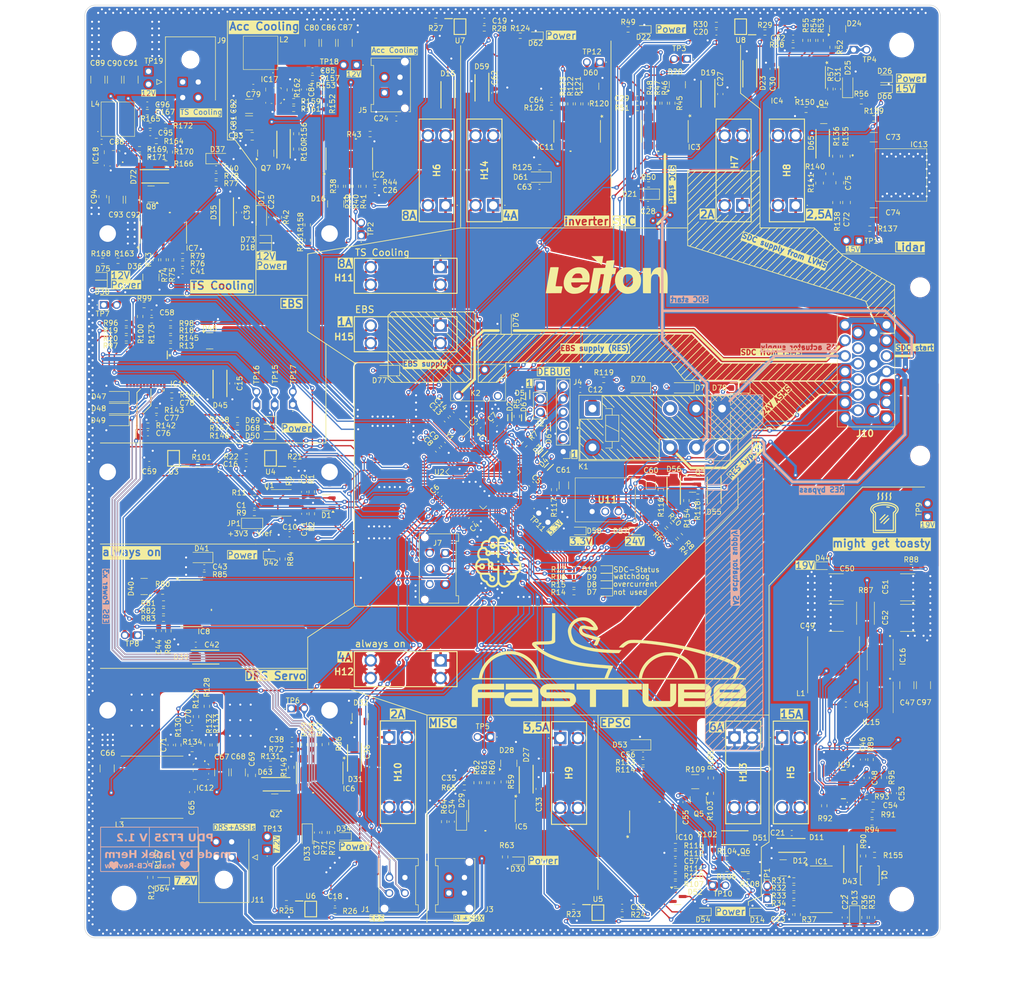
<source format=kicad_pcb>
(kicad_pcb
	(version 20240108)
	(generator "pcbnew")
	(generator_version "8.0")
	(general
		(thickness 1.6)
		(legacy_teardrops no)
	)
	(paper "A3")
	(title_block
		(title "PDU FT25")
		(date "2025-01-15")
		(rev "V1.2")
		(company "Janek Herm")
		(comment 1 "FasTTUBe Electronics")
	)
	(layers
		(0 "F.Cu" signal)
		(1 "In1.Cu" power)
		(2 "In2.Cu" signal)
		(31 "B.Cu" mixed)
		(32 "B.Adhes" user "B.Adhesive")
		(33 "F.Adhes" user "F.Adhesive")
		(34 "B.Paste" user)
		(35 "F.Paste" user)
		(36 "B.SilkS" user "B.Silkscreen")
		(37 "F.SilkS" user "F.Silkscreen")
		(38 "B.Mask" user)
		(39 "F.Mask" user)
		(40 "Dwgs.User" user "User.Drawings")
		(41 "Cmts.User" user "User.Comments")
		(42 "Eco1.User" user "User.Eco1")
		(43 "Eco2.User" user "User.Eco2")
		(44 "Edge.Cuts" user)
		(45 "Margin" user)
		(46 "B.CrtYd" user "B.Courtyard")
		(47 "F.CrtYd" user "F.Courtyard")
		(48 "B.Fab" user)
		(49 "F.Fab" user)
		(50 "User.1" user)
		(51 "User.2" user)
		(52 "User.3" user)
		(53 "User.4" user)
		(54 "User.5" user)
		(55 "User.6" user)
		(56 "User.7" user)
		(57 "User.8" user)
		(58 "User.9" user)
	)
	(setup
		(stackup
			(layer "F.SilkS"
				(type "Top Silk Screen")
			)
			(layer "F.Paste"
				(type "Top Solder Paste")
			)
			(layer "F.Mask"
				(type "Top Solder Mask")
				(thickness 0.01)
			)
			(layer "F.Cu"
				(type "copper")
				(thickness 0.035)
			)
			(layer "dielectric 1"
				(type "prepreg")
				(thickness 0.1)
				(material "FR4")
				(epsilon_r 4.5)
				(loss_tangent 0.02)
			)
			(layer "In1.Cu"
				(type "copper")
				(thickness 0.035)
			)
			(layer "dielectric 2"
				(type "core")
				(thickness 1.24)
				(material "FR4")
				(epsilon_r 4.5)
				(loss_tangent 0.02)
			)
			(layer "In2.Cu"
				(type "copper")
				(thickness 0.035)
			)
			(layer "dielectric 3"
				(type "prepreg")
				(thickness 0.1)
				(material "FR4")
				(epsilon_r 4.5)
				(loss_tangent 0.02)
			)
			(layer "B.Cu"
				(type "copper")
				(thickness 0.035)
			)
			(layer "B.Mask"
				(type "Bottom Solder Mask")
				(thickness 0.01)
			)
			(layer "B.Paste"
				(type "Bottom Solder Paste")
			)
			(layer "B.SilkS"
				(type "Bottom Silk Screen")
			)
			(copper_finish "None")
			(dielectric_constraints no)
		)
		(pad_to_mask_clearance 0)
		(allow_soldermask_bridges_in_footprints no)
		(pcbplotparams
			(layerselection 0x00010fc_ffffffff)
			(plot_on_all_layers_selection 0x0000000_00000000)
			(disableapertmacros no)
			(usegerberextensions no)
			(usegerberattributes yes)
			(usegerberadvancedattributes yes)
			(creategerberjobfile yes)
			(dashed_line_dash_ratio 12.000000)
			(dashed_line_gap_ratio 3.000000)
			(svgprecision 4)
			(plotframeref no)
			(viasonmask no)
			(mode 1)
			(useauxorigin no)
			(hpglpennumber 1)
			(hpglpenspeed 20)
			(hpglpendiameter 15.000000)
			(pdf_front_fp_property_popups yes)
			(pdf_back_fp_property_popups yes)
			(dxfpolygonmode yes)
			(dxfimperialunits yes)
			(dxfusepcbnewfont yes)
			(psnegative no)
			(psa4output no)
			(plotreference yes)
			(plotvalue yes)
			(plotfptext yes)
			(plotinvisibletext no)
			(sketchpadsonfab no)
			(subtractmaskfromsilk no)
			(outputformat 1)
			(mirror no)
			(drillshape 1)
			(scaleselection 1)
			(outputdirectory "")
		)
	)
	(net 0 "")
	(net 1 "GND")
	(net 2 "+3V3")
	(net 3 "stdCAN_H")
	(net 4 "/MCU/Vref")
	(net 5 "stdCAN_L")
	(net 6 "/MCU/NRST")
	(net 7 "Net-(D11-A2)")
	(net 8 "/powerstages/P_Out6a")
	(net 9 "/powerstages/IS4")
	(net 10 "Net-(D15-A2)")
	(net 11 "/connectors/P_Out1")
	(net 12 "/powerstages/IS1")
	(net 13 "Net-(D19-A2)")
	(net 14 "/powerstages/IS10")
	(net 15 "Net-(D23-A2)")
	(net 16 "/powerstages/P_Out9a")
	(net 17 "/powerstages/IS7")
	(net 18 "Net-(D27-A2)")
	(net 19 "/connectors/P_Out8")
	(net 20 "/powerstages/IS8")
	(net 21 "Net-(D31-A2)")
	(net 22 "/powerstages/P_Out5a")
	(net 23 "/powerstages/IS3")
	(net 24 "Net-(D35-A2)")
	(net 25 "/connectors/P_Out2")
	(net 26 "/powerstages/IS2")
	(net 27 "Net-(D39-A2)")
	(net 28 "/connectors/P_Out9")
	(net 29 "/powerstages/IS9")
	(net 30 "Net-(IC9-CBOOT)")
	(net 31 "Net-(IC9-SW)")
	(net 32 "Net-(IC9-VCC)")
	(net 33 "Net-(D43-K)")
	(net 34 "Net-(IC9-PFM{slash}SYNC)")
	(net 35 "/connectors/P_Out4")
	(net 36 "Net-(C53-Pad2)")
	(net 37 "Net-(IC9-EXTCOMP)")
	(net 38 "Net-(D51-A2)")
	(net 39 "/connectors/P_Out5")
	(net 40 "/powerstages/IS5")
	(net 41 "Net-(D56-K)")
	(net 42 "Net-(D59-A2)")
	(net 43 "/connectors/P_Out6")
	(net 44 "/powerstages/IS6")
	(net 45 "Net-(IC12-SW)")
	(net 46 "Net-(IC12-BOOT)")
	(net 47 "/connectors/P_Out3")
	(net 48 "Net-(D63-K)")
	(net 49 "Net-(IC12-FB)")
	(net 50 "Net-(IC12-SS)")
	(net 51 "/connectors/P_Out7")
	(net 52 "Net-(IC13-FB)")
	(net 53 "Net-(D65-K)")
	(net 54 "Net-(IC13-SS)")
	(net 55 "/MCU/SWCLK")
	(net 56 "/MCU/SWDIO")
	(net 57 "/MCU/UART_RX")
	(net 58 "/MCU/UART_TX")
	(net 59 "Net-(D7-A)")
	(net 60 "Net-(D8-A)")
	(net 61 "Net-(D9-A)")
	(net 62 "Net-(D10-A)")
	(net 63 "Net-(D12-A)")
	(net 64 "unconnected-(D12-NC-Pad2)")
	(net 65 "Net-(D14-A)")
	(net 66 "Net-(D16-A)")
	(net 67 "unconnected-(D16-NC-Pad2)")
	(net 68 "Net-(D18-A)")
	(net 69 "Net-(D20-A)")
	(net 70 "unconnected-(D20-NC-Pad2)")
	(net 71 "Net-(D22-A)")
	(net 72 "Net-(D24-A)")
	(net 73 "unconnected-(D24-NC-Pad2)")
	(net 74 "Net-(D26-A)")
	(net 75 "Net-(D28-A)")
	(net 76 "unconnected-(D28-NC-Pad2)")
	(net 77 "Net-(D30-A)")
	(net 78 "unconnected-(D32-NC-Pad2)")
	(net 79 "Net-(D32-A)")
	(net 80 "Net-(D34-A)")
	(net 81 "Net-(D36-A)")
	(net 82 "unconnected-(D36-NC-Pad2)")
	(net 83 "Net-(D38-A)")
	(net 84 "unconnected-(D40-NC-Pad2)")
	(net 85 "Net-(D40-A)")
	(net 86 "Net-(D42-A)")
	(net 87 "Net-(D43-A)")
	(net 88 "Net-(D44-A)")
	(net 89 "Net-(D45-A2)")
	(net 90 "/powerstages/IS11")
	(net 91 "/connectors/P_Out12")
	(net 92 "unconnected-(D52-NC-Pad2)")
	(net 93 "Net-(D52-A)")
	(net 94 "Net-(D54-A)")
	(net 95 "Net-(D56-A)")
	(net 96 "Net-(D57-A)")
	(net 97 "Net-(D58-A)")
	(net 98 "unconnected-(D60-NC-Pad2)")
	(net 99 "Net-(D60-A)")
	(net 100 "Net-(D62-A)")
	(net 101 "Net-(D63-A)")
	(net 102 "Net-(D64-A)")
	(net 103 "Net-(D65-A)")
	(net 104 "Net-(D66-A)")
	(net 105 "/connectors/P_Out11")
	(net 106 "/connectors/P_Out10")
	(net 107 "Net-(D46-A)")
	(net 108 "+24V")
	(net 109 "Net-(IC1-IS)")
	(net 110 "Net-(IC1-GND)")
	(net 111 "Net-(IC1-IN)")
	(net 112 "Net-(IC1-DEN)")
	(net 113 "Net-(IC2-IS)")
	(net 114 "Net-(IC2-IN)")
	(net 115 "Net-(IC2-DEN)")
	(net 116 "Net-(IC2-GND)")
	(net 117 "Net-(IC3-IN)")
	(net 118 "Net-(IC3-GND)")
	(net 119 "Net-(IC3-IS)")
	(net 120 "Net-(IC3-DEN)")
	(net 121 "Net-(IC4-IN)")
	(net 122 "Net-(IC4-GND)")
	(net 123 "Net-(IC4-IS)")
	(net 124 "Net-(IC4-DEN)")
	(net 125 "Net-(IC5-GND)")
	(net 126 "Net-(IC5-DEN)")
	(net 127 "Net-(IC5-IS)")
	(net 128 "Net-(IC5-IN)")
	(net 129 "Net-(IC6-GND)")
	(net 130 "Net-(IC6-IN)")
	(net 131 "Net-(IC6-DEN)")
	(net 132 "Net-(IC6-IS)")
	(net 133 "Net-(IC7-IN)")
	(net 134 "Net-(IC7-IS)")
	(net 135 "Net-(IC7-GND)")
	(net 136 "Net-(IC7-DEN)")
	(net 137 "Net-(IC8-IN)")
	(net 138 "Net-(IC8-IS)")
	(net 139 "Net-(IC8-GND)")
	(net 140 "Net-(IC8-DEN)")
	(net 141 "Net-(IC9-CNFG)")
	(net 142 "Net-(IC9-PG{slash}SYNCOUT)")
	(net 143 "Net-(IC9-RT)")
	(net 144 "Net-(IC9-ISNS+)")
	(net 145 "Net-(IC9-HO)")
	(net 146 "Net-(IC9-LO)")
	(net 147 "Net-(IC9-FB)")
	(net 148 "Net-(IC10-IS)")
	(net 149 "Net-(IC10-IN)")
	(net 150 "Net-(IC10-DEN)")
	(net 151 "Net-(IC10-GND)")
	(net 152 "Net-(IC11-DEN)")
	(net 153 "Net-(IC11-IS)")
	(net 154 "Net-(IC11-IN)")
	(net 155 "Net-(IC11-GND)")
	(net 156 "Net-(IC12-PG)")
	(net 157 "Net-(IC12-MODE)")
	(net 158 "Net-(IC12-EN)")
	(net 159 "Net-(IC13-RON)")
	(net 160 "Net-(IC13-EN)")
	(net 161 "/MCU/SWO")
	(net 162 "FDCAN_H")
	(net 163 "FDCAN_L")
	(net 164 "/RBR/SDC bypass")
	(net 165 "24V ASMS")
	(net 166 "Net-(JP1-C)")
	(net 167 "unconnected-(K1-Pad12)")
	(net 168 "unconnected-(K1-Pad24)")
	(net 169 "Net-(K1-PadA1)")
	(net 170 "unconnected-(D46-NC-Pad2)")
	(net 171 "Net-(IC14-DSEL1)")
	(net 172 "Net-(Q5-D)")
	(net 173 "Net-(Q5-G)")
	(net 174 "Net-(Q6-G)")
	(net 175 "Net-(Q6-D)")
	(net 176 "Net-(U1-Rs)")
	(net 177 "Net-(U2-PA0)")
	(net 178 "Net-(U2-BOOT0)")
	(net 179 "Net-(U2-PC0)")
	(net 180 "Net-(U2-PA11)")
	(net 181 "/MCU/CAN_RX")
	(net 182 "/MCU/CAN_TX")
	(net 183 "Net-(U2-PA12)")
	(net 184 "unconnected-(U2-PB7-Pad59)")
	(net 185 "unconnected-(U2-PA15-Pad50)")
	(net 186 "/MCU/STATUS_LED1")
	(net 187 "/MCU/STATUS_LED2")
	(net 188 "/MCU/STATUS_LED3")
	(net 189 "/MCU/STATUS_LED4")
	(net 190 "Net-(R12-Pad1)")
	(net 191 "Net-(U4A--)")
	(net 192 "/MCU/ISENSE1")
	(net 193 "Net-(U4B--)")
	(net 194 "/MCU/ISENSE2")
	(net 195 "/MCU/ISENSE3")
	(net 196 "Net-(U5A--)")
	(net 197 "Net-(U5B--)")
	(net 198 "/MCU/ISENSE4")
	(net 199 "/MCU/ISENSE5")
	(net 200 "Net-(U6A--)")
	(net 201 "Net-(U6B--)")
	(net 202 "/MCU/ISENSE6")
	(net 203 "/MCU/ISENSE7")
	(net 204 "Net-(U7A--)")
	(net 205 "Net-(U7B--)")
	(net 206 "/MCU/ISENSE8")
	(net 207 "/MCU/ISENSE9")
	(net 208 "Net-(U8A--)")
	(net 209 "Net-(U8B--)")
	(net 210 "/MCU/ISENSE10")
	(net 211 "/MCU/IN4")
	(net 212 "/MCU/IN1")
	(net 213 "/MCU/IN10")
	(net 214 "/MCU/IN7")
	(net 215 "/MCU/IN8")
	(net 216 "/MCU/IN3")
	(net 217 "/MCU/IN2")
	(net 218 "/MCU/IN9")
	(net 219 "/MCU/IN11")
	(net 220 "/MCU/IN12")
	(net 221 "/MCU/IN13")
	(net 222 "/MCU/PC_Read")
	(net 223 "/MCU/PC_EN")
	(net 224 "/MCU/IN5")
	(net 225 "/MCU/IN6")
	(net 226 "/MCU/XTAL_OUT")
	(net 227 "unconnected-(U2-PC5-Pad25)")
	(net 228 "Net-(IC14-GND)")
	(net 229 "unconnected-(U2-PC12-Pad53)")
	(net 230 "Net-(IC14-DEN)")
	(net 231 "Net-(IC14-IN2)")
	(net 232 "/MCU/XTAL_IN")
	(net 233 "unconnected-(U2-PD2-Pad54)")
	(net 234 "unconnected-(IC14-OUT3-Pad13)")
	(net 235 "Net-(IC14-IN0)")
	(net 236 "Net-(IC14-IN3)")
	(net 237 "Net-(IC14-DSEL0)")
	(net 238 "Net-(IC14-IN1)")
	(net 239 "Net-(IC14-IS)")
	(net 240 "/MCU/DSEL0")
	(net 241 "/MCU/DSEL1")
	(net 242 "Net-(U3A--)")
	(net 243 "/MCU/ISENSE11")
	(net 244 "Net-(U3B--)")
	(net 245 "unconnected-(IC9-NC_1-Pad1)")
	(net 246 "unconnected-(IC9-NC_2-Pad2)")
	(net 247 "unconnected-(IC9-NC_4-Pad23)")
	(net 248 "unconnected-(IC9-NC_3-Pad22)")
	(net 249 "unconnected-(IC9-NC_5-Pad24)")
	(net 250 "Net-(D50-A)")
	(net 251 "Net-(D68-A)")
	(net 252 "Net-(D69-A)")
	(net 253 "/connectors/P_Out14")
	(net 254 "/connectors/P_Out13")
	(net 255 "Net-(IC17-SW)")
	(net 256 "Net-(IC17-BOOT)")
	(net 257 "Net-(D72-K)")
	(net 258 "Net-(IC17-FB)")
	(net 259 "Net-(IC17-SS)")
	(net 260 "Net-(IC18-BOOT)")
	(net 261 "Net-(IC18-SW)")
	(net 262 "Net-(D74-K)")
	(net 263 "Net-(IC18-FB)")
	(net 264 "Net-(IC18-SS)")
	(net 265 "Net-(D72-A)")
	(net 266 "Net-(D73-A)")
	(net 267 "Net-(D74-A)")
	(net 268 "Net-(D75-A)")
	(net 269 "Net-(IC17-PG)")
	(net 270 "Net-(IC17-MODE)")
	(net 271 "Net-(IC17-EN)")
	(net 272 "Net-(IC18-PG)")
	(net 273 "Net-(IC18-MODE)")
	(net 274 "Net-(IC18-EN)")
	(net 275 "Net-(R151-Pad2)")
	(net 276 "Net-(R163-Pad2)")
	(net 277 "EBS supply")
	(net 278 "AS actuator supply")
	(net 279 "unconnected-(IC1-NC-Pad7)")
	(net 280 "unconnected-(IC1-NC-Pad1)")
	(net 281 "unconnected-(IC1-NC-Pad14)")
	(net 282 "unconnected-(IC1-NC-Pad8)")
	(net 283 "unconnected-(IC1-NC-Pad9)")
	(net 284 "unconnected-(IC1-NC-Pad13)")
	(net 285 "unconnected-(IC1-NC-Pad2)")
	(net 286 "unconnected-(IC2-NC-Pad2)")
	(net 287 "unconnected-(IC2-NC-Pad7)")
	(net 288 "unconnected-(IC2-NC-Pad8)")
	(net 289 "unconnected-(IC2-NC-Pad14)")
	(net 290 "unconnected-(IC2-NC-Pad1)")
	(net 291 "unconnected-(IC2-NC-Pad9)")
	(net 292 "unconnected-(IC2-NC-Pad13)")
	(net 293 "unconnected-(IC3-NC-Pad8)")
	(net 294 "unconnected-(IC3-NC-Pad1)")
	(net 295 "unconnected-(IC3-NC-Pad7)")
	(net 296 "unconnected-(IC3-NC-Pad14)")
	(net 297 "unconnected-(IC3-NC-Pad13)")
	(net 298 "unconnected-(IC3-NC-Pad9)")
	(net 299 "unconnected-(IC3-NC-Pad2)")
	(net 300 "unconnected-(IC4-NC-Pad2)")
	(net 301 "unconnected-(IC4-NC-Pad1)")
	(net 302 "unconnected-(IC4-NC-Pad13)")
	(net 303 "unconnected-(IC4-NC-Pad7)")
	(net 304 "unconnected-(IC4-NC-Pad9)")
	(net 305 "unconnected-(IC4-NC-Pad8)")
	(net 306 "unconnected-(IC4-NC-Pad14)")
	(net 307 "unconnected-(IC5-NC-Pad1)")
	(net 308 "unconnected-(IC5-NC-Pad8)")
	(net 309 "unconnected-(IC5-NC-Pad9)")
	(net 310 "unconnected-(IC5-NC-Pad14)")
	(net 311 "unconnected-(IC5-NC-Pad13)")
	(net 312 "unconnected-(IC5-NC-Pad2)")
	(net 313 "unconnected-(IC5-NC-Pad7)")
	(net 314 "unconnected-(IC6-NC-Pad14)")
	(net 315 "unconnected-(IC6-NC-Pad2)")
	(net 316 "unconnected-(IC6-NC-Pad7)")
	(net 317 "unconnected-(IC6-NC-Pad1)")
	(net 318 "unconnected-(IC6-NC-Pad9)")
	(net 319 "unconnected-(IC6-NC-Pad8)")
	(net 320 "unconnected-(IC6-NC-Pad13)")
	(net 321 "unconnected-(IC7-NC-Pad1)")
	(net 322 "unconnected-(IC7-NC-Pad9)")
	(net 323 "unconnected-(IC7-NC-Pad14)")
	(net 324 "unconnected-(IC7-NC-Pad13)")
	(net 325 "unconnected-(IC7-NC-Pad7)")
	(net 326 "unconnected-(IC7-NC-Pad8)")
	(net 327 "unconnected-(IC7-NC-Pad2)")
	(net 328 "unconnected-(IC8-NC-Pad7)")
	(net 329 "unconnected-(IC8-NC-Pad14)")
	(net 330 "unconnected-(IC8-NC-Pad9)")
	(net 331 "unconnected-(IC8-NC-Pad1)")
	(net 332 "unconnected-(IC8-NC-Pad13)")
	(net 333 "unconnected-(IC8-NC-Pad2)")
	(net 334 "unconnected-(IC8-NC-Pad8)")
	(net 335 "unconnected-(IC10-NC-Pad14)")
	(net 336 "unconnected-(IC10-NC-Pad8)")
	(net 337 "unconnected-(IC10-NC-Pad13)")
	(net 338 "unconnected-(IC10-NC-Pad9)")
	(net 339 "unconnected-(IC10-NC-Pad1)")
	(net 340 "unconnected-(IC10-NC-Pad7)")
	(net 341 "unconnected-(IC10-NC-Pad2)")
	(net 342 "unconnected-(IC11-NC-Pad1)")
	(net 343 "unconnected-(IC11-NC-Pad13)")
	(net 344 "unconnected-(IC11-NC-Pad2)")
	(net 345 "unconnected-(IC11-NC-Pad7)")
	(net 346 "unconnected-(IC11-NC-Pad9)")
	(net 347 "unconnected-(IC11-NC-Pad8)")
	(net 348 "unconnected-(IC11-NC-Pad14)")
	(net 349 "unconnected-(IC14-NC-Pad21)")
	(net 350 "unconnected-(IC14-NC-Pad19)")
	(net 351 "unconnected-(IC14-NC-Pad15)")
	(net 352 "unconnected-(IC14-NC-Pad18)")
	(net 353 "unconnected-(IC14-NC-Pad23)")
	(net 354 "unconnected-(IC14-NC-Pad22)")
	(net 355 "unconnected-(IC14-NC-Pad14)")
	(net 356 "unconnected-(IC14-NC-Pad12)")
	(net 357 "unconnected-(IC14-NC-Pad1)")
	(net 358 "unconnected-(IC14-NC-Pad16)")
	(net 359 "/EBSR/EBS power")
	(net 360 "unconnected-(U2-PC14-Pad3)")
	(net 361 "unconnected-(U2-PC15-Pad4)")
	(net 362 "unconnected-(U2-PC13-Pad2)")
	(net 363 "Net-(R100-Pad1)")
	(net 364 "/RBR/RES")
	(net 365 "TSMS SDC")
	(net 366 "unconnected-(J10-Pin_12-Pad12)")
	(net 367 "unconnected-(IC14-NC-Pad3)")
	(net 368 "unconnected-(U2-PB0-Pad26)")
	(footprint "5025:5025" (layer "F.Cu") (at 165.32 98.46 90))
	(footprint "Resistor_SMD:R_0603_1608Metric" (layer "F.Cu") (at 161.375 88.955 90))
	(footprint "Resistor_SMD:R_0603_1608Metric" (layer "F.Cu") (at 128.645 103.135 -90))
	(footprint "Capacitor_SMD:C_1210_3225Metric" (layer "F.Cu") (at 162.225 61.275 90))
	(footprint "BTT6010-1ERB:SOIC14_BTT6010-1ERB_INF" (layer "F.Cu") (at 163.019 83.649799 90))
	(footprint "824501241:DIOM5127X250N" (layer "F.Cu") (at 139.345 93.995 -90))
	(footprint "Resistor_SMD:R_0603_1608Metric" (layer "F.Cu") (at 122.555 83.275))
	(footprint "Package_TO_SOT_SMD:SOT-23" (layer "F.Cu") (at 124.75 106.535 -90))
	(footprint "Package_TO_SOT_SMD:SOT-23" (layer "F.Cu") (at 165.14 191.314998 90))
	(footprint "Resistor_SMD:R_0603_1608Metric" (layer "F.Cu") (at 135.615001 196.775 90))
	(footprint "Resistor_SMD:R_0603_1608Metric" (layer "F.Cu") (at 155.915 68.065))
	(footprint "Capacitor_SMD:C_1210_3225Metric" (layer "F.Cu") (at 143.685 76.725 180))
	(footprint "5025:5025" (layer "F.Cu") (at 122.206643 175.605057 180))
	(footprint "Resistor_SMD:R_0603_1608Metric" (layer "F.Cu") (at 150.135001 160.895 90))
	(footprint "Resistor_SMD:R_0603_1608Metric" (layer "F.Cu") (at 135.545001 189.315 -90))
	(footprint "LED_SMD:LED_0603_1608Metric" (layer "F.Cu") (at 266.295 70.155 180))
	(footprint "Package_TO_SOT_SMD:SOT-23" (layer "F.Cu") (at 123.441642 166.195058 180))
	(footprint "brain:heart" (layer "F.Cu") (at 117.6 220.05))
	(footprint "Resistor_SMD:R_0603_1608Metric" (layer "F.Cu") (at 127.585 77.225))
	(footprint "ESD321DYAR:SODFL1608X77N" (layer "F.Cu") (at 193.99 133.625 -90))
	(footprint "Diode_SMD:D_SOD-123F" (layer "F.Cu") (at 218.94 127.854999 180))
	(footprint "5025:5025" (layer "F.Cu") (at 147.190001 216.99 90))
	(footprint "Resistor_SMD:R_0603_1608Metric" (layer "F.Cu") (at 147.805 200.415))
	(footprint "5025:5025" (layer "F.Cu") (at 261.38 99.44 180))
	(footprint "MountingHole:MountingHole_3.2mm_M3_DIN965_Pad" (layer "F.Cu") (at 116.41 144.08 -90))
	(footprint "Resistor_SMD:R_0603_1608Metric" (layer "F.Cu") (at 254.645 208.515 -90))
	(footprint "Resistor_SMD:R_0603_1608Metric" (layer "F.Cu") (at 264.205001 75.855))
	(footprint "Capacitor_SMD:C_0603_1608Metric" (layer "F.Cu") (at 156.795 213.675001 -90))
	(footprint "Resistor_SMD:R_0603_1608Metric" (layer "F.Cu") (at 120.005477 118.297452))
	(footprint "MountingHole:MountingHole_4.3mm_M4" (layer "F.Cu") (at 119.575 226.345))
	(footprint "Capacitor_SMD:C_1210_3225Metric" (layer "F.Cu") (at 138.414747 202.063428 90))
	(footprint "Diode_SMD:D_SOD-123F" (layer "F.Cu") (at 146.065 94.88 -90))
	(footprint "Capacitor_SMD:C_0603_1608Metric" (layer "F.Cu") (at 185.205 203.145 180))
	(footprint "Resistor_SMD:R_0603_1608Metric"
		(layer "F.Cu")
		(uuid "14a6828f-2088-46c0-b459-bd10fcd1be72")
		(at 225.925 220.675)
		(descr "Resistor SMD 0603 (1608 Metric), square (rectangular) end terminal, IPC_7351 nominal, (Body size source: IPC-SM-782 page 72, https://www.pcb-3d.com/wordpress/wp-content/uploads/ipc-sm-782a_amendment_1_and_2.pdf), generated with kicad-footprint-generator")
		(tags "resistor")
		(property "Reference" "R111"
			(at 3.53 -0.05 0)
			(layer "F.SilkS")
			(uuid "9c3ae80e-5131-453a-af57-5eea6c27f
... [9366416 chars truncated]
</source>
